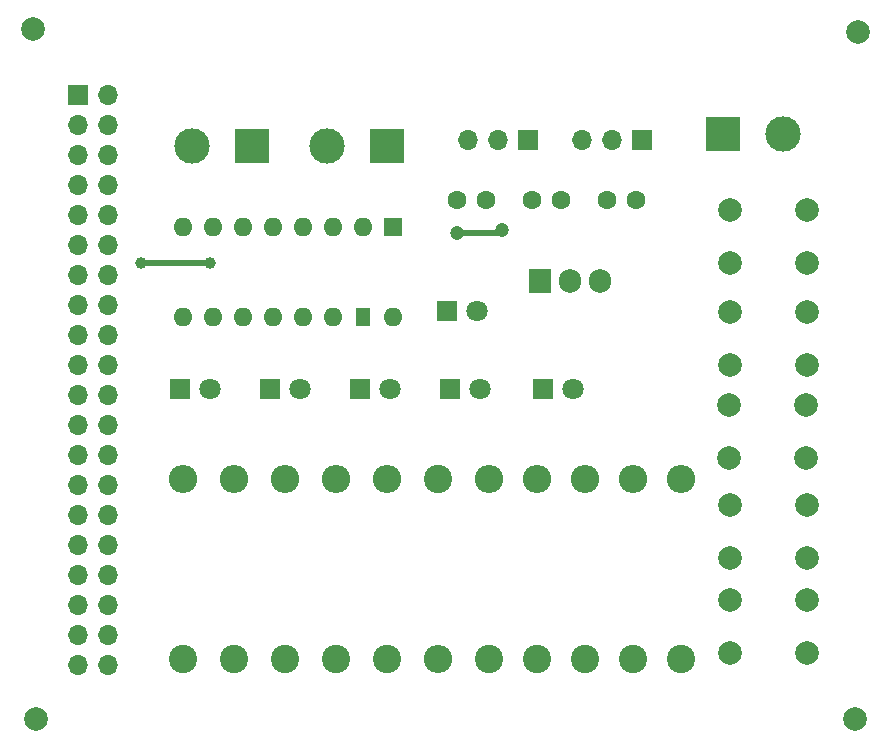
<source format=gbr>
G04 #@! TF.GenerationSoftware,KiCad,Pcbnew,(5.1.2)-2*
G04 #@! TF.CreationDate,2020-01-08T10:24:07+07:00*
G04 #@! TF.ProjectId,FPGA_PROJECT,46504741-5f50-4524-9f4a-4543542e6b69,rev?*
G04 #@! TF.SameCoordinates,Original*
G04 #@! TF.FileFunction,Copper,L1,Top*
G04 #@! TF.FilePolarity,Positive*
%FSLAX46Y46*%
G04 Gerber Fmt 4.6, Leading zero omitted, Abs format (unit mm)*
G04 Created by KiCad (PCBNEW (5.1.2)-2) date 2020-01-08 10:24:07*
%MOMM*%
%LPD*%
G04 APERTURE LIST*
%ADD10O,1.700000X1.700000*%
%ADD11R,1.700000X1.700000*%
%ADD12C,2.400000*%
%ADD13O,2.400000X2.400000*%
%ADD14R,1.905000X2.000000*%
%ADD15O,1.905000X2.000000*%
%ADD16C,2.000000*%
%ADD17C,1.600000*%
%ADD18C,1.800000*%
%ADD19R,1.800000X1.800000*%
%ADD20C,3.000000*%
%ADD21R,3.000000X3.000000*%
%ADD22R,1.600000X1.600000*%
%ADD23O,1.600000X1.600000*%
%ADD24R,1.200000X1.600000*%
%ADD25C,1.000000*%
%ADD26C,1.200000*%
%ADD27C,0.500000*%
G04 APERTURE END LIST*
D10*
X130556000Y-37338000D03*
X133096000Y-37338000D03*
D11*
X135636000Y-37338000D03*
D12*
X118364000Y-66040000D03*
D13*
X118364000Y-81280000D03*
D14*
X127000000Y-49276000D03*
D15*
X129540000Y-49276000D03*
X132080000Y-49276000D03*
D12*
X114046000Y-81280000D03*
D13*
X114046000Y-66040000D03*
D16*
X149606000Y-51888000D03*
X149606000Y-56388000D03*
X143106000Y-51888000D03*
X143106000Y-56388000D03*
D13*
X109728000Y-66040000D03*
D12*
X109728000Y-81280000D03*
D17*
X132628000Y-42418000D03*
X135128000Y-42418000D03*
X119928000Y-42418000D03*
X122428000Y-42418000D03*
X128778000Y-42418000D03*
X126278000Y-42418000D03*
D18*
X121666000Y-51816000D03*
D19*
X119126000Y-51816000D03*
X96520000Y-58420000D03*
D18*
X99060000Y-58420000D03*
D19*
X104140000Y-58420000D03*
D18*
X106680000Y-58420000D03*
X114300000Y-58420000D03*
D19*
X111760000Y-58420000D03*
X119380000Y-58420000D03*
D18*
X121920000Y-58420000D03*
X129794000Y-58420000D03*
D19*
X127254000Y-58420000D03*
D20*
X147574000Y-36830000D03*
D21*
X142494000Y-36830000D03*
D11*
X125984000Y-37338000D03*
D10*
X123444000Y-37338000D03*
X120904000Y-37338000D03*
D21*
X102616000Y-37846000D03*
D20*
X97536000Y-37846000D03*
D21*
X114046000Y-37846000D03*
D20*
X108966000Y-37846000D03*
D13*
X96774000Y-66040000D03*
D12*
X96774000Y-81280000D03*
X101092000Y-81280000D03*
D13*
X101092000Y-66040000D03*
X105410000Y-66040000D03*
D12*
X105410000Y-81280000D03*
D16*
X143106000Y-47752000D03*
X143106000Y-43252000D03*
X149606000Y-47752000D03*
X149606000Y-43252000D03*
X143002000Y-64262000D03*
X143002000Y-59762000D03*
X149502000Y-64262000D03*
X149502000Y-59762000D03*
X149591001Y-68211001D03*
X149591001Y-72711001D03*
X143091001Y-68211001D03*
X143091001Y-72711001D03*
X143106000Y-80772000D03*
X143106000Y-76272000D03*
X149606000Y-80772000D03*
X149606000Y-76272000D03*
D22*
X114554000Y-44704000D03*
D23*
X96774000Y-52324000D03*
X112014000Y-44704000D03*
X99314000Y-52324000D03*
X109474000Y-44704000D03*
X101854000Y-52324000D03*
X106934000Y-44704000D03*
X104394000Y-52324000D03*
X104394000Y-44704000D03*
X106934000Y-52324000D03*
X101854000Y-44704000D03*
X109474000Y-52324000D03*
X99314000Y-44704000D03*
D24*
X112014000Y-52324000D03*
D23*
X96774000Y-44704000D03*
X114554000Y-52324000D03*
D11*
X87884000Y-33528000D03*
D10*
X90424000Y-33528000D03*
X87884000Y-36068000D03*
X90424000Y-36068000D03*
X87884000Y-38608000D03*
X90424000Y-38608000D03*
X87884000Y-41148000D03*
X90424000Y-41148000D03*
X87884000Y-43688000D03*
X90424000Y-43688000D03*
X87884000Y-46228000D03*
X90424000Y-46228000D03*
X87884000Y-48768000D03*
X90424000Y-48768000D03*
X87884000Y-51308000D03*
X90424000Y-51308000D03*
X87884000Y-53848000D03*
X90424000Y-53848000D03*
X87884000Y-56388000D03*
X90424000Y-56388000D03*
X87884000Y-58928000D03*
X90424000Y-58928000D03*
X87884000Y-61468000D03*
X90424000Y-61468000D03*
X87884000Y-64008000D03*
X90424000Y-64008000D03*
X87884000Y-66548000D03*
X90424000Y-66548000D03*
X87884000Y-69088000D03*
X90424000Y-69088000D03*
X87884000Y-71628000D03*
X90424000Y-71628000D03*
X87884000Y-74168000D03*
X90424000Y-74168000D03*
X87884000Y-76708000D03*
X90424000Y-76708000D03*
X87884000Y-79248000D03*
X90424000Y-79248000D03*
X87884000Y-81788000D03*
X90424000Y-81788000D03*
D12*
X122682000Y-81280000D03*
D13*
X122682000Y-66040000D03*
X126746000Y-66040000D03*
D12*
X126746000Y-81280000D03*
X130810000Y-81280000D03*
D13*
X130810000Y-66040000D03*
X134874000Y-66040000D03*
D12*
X134874000Y-81280000D03*
X138938000Y-81280000D03*
D13*
X138938000Y-66040000D03*
D16*
X153924000Y-28194000D03*
X153670000Y-86360000D03*
X84328000Y-86360000D03*
X84074000Y-27940000D03*
D25*
X99060000Y-47752000D03*
X93218000Y-47752000D03*
D26*
X119928000Y-45172000D03*
X123738000Y-44958000D03*
D27*
X99060000Y-47752000D02*
X93218000Y-47752000D01*
X123524000Y-45172000D02*
X123738000Y-44958000D01*
X119928000Y-45172000D02*
X123524000Y-45172000D01*
M02*

</source>
